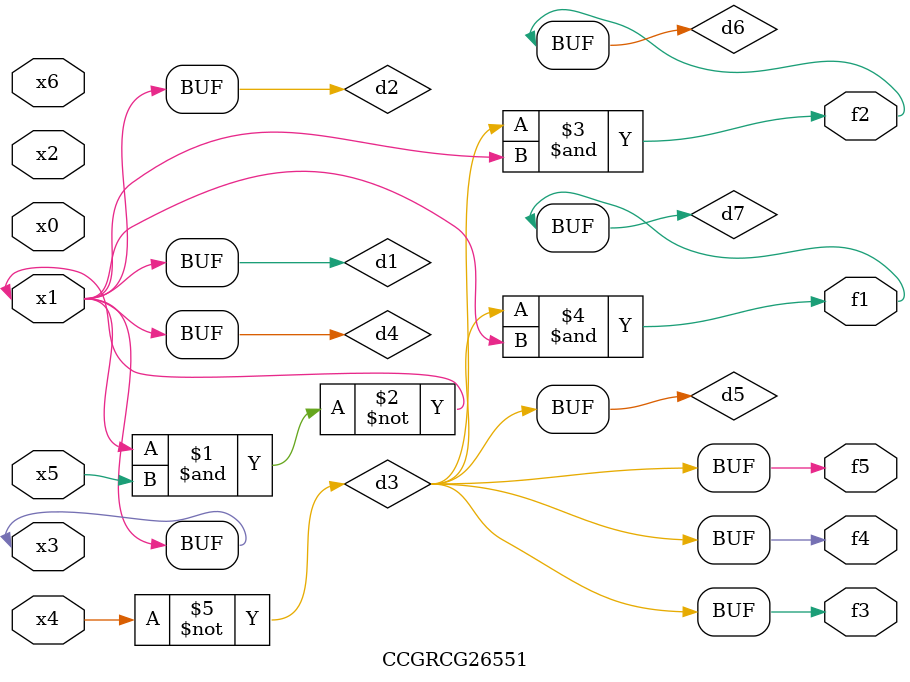
<source format=v>
module CCGRCG26551(
	input x0, x1, x2, x3, x4, x5, x6,
	output f1, f2, f3, f4, f5
);

	wire d1, d2, d3, d4, d5, d6, d7;

	buf (d1, x1, x3);
	nand (d2, x1, x5);
	not (d3, x4);
	buf (d4, d1, d2);
	buf (d5, d3);
	and (d6, d3, d4);
	and (d7, d3, d4);
	assign f1 = d7;
	assign f2 = d6;
	assign f3 = d5;
	assign f4 = d5;
	assign f5 = d5;
endmodule

</source>
